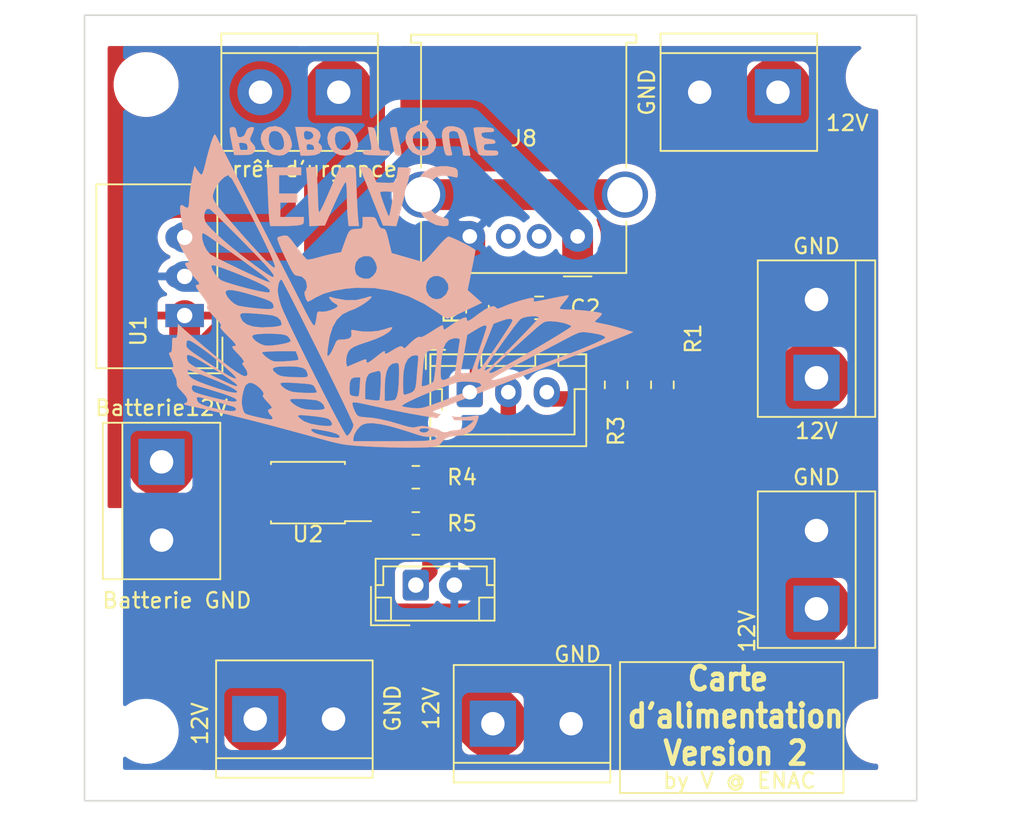
<source format=kicad_pcb>
(kicad_pcb (version 20211014) (generator pcbnew)
  (layers (0 "F.Cu" signal) (31 "B.Cu" signal) (34 "B.Paste" user) (35 "F.Paste" user) (36 "B.SilkS" user "B.Silkscreen") (37 "F.SilkS" user "F.Silkscreen") (38 "B.Mask" user) (39 "F.Mask" user) (44 "Edge.Cuts" user))
  (net 0 "")
  (net 1 "+5V")
  (net 2 "GND")
  (net 3 "Net-(J1-Pad1)")
  (net 4 "+12V")
  (net 5 "Net-(J9-Pad1)")
  (net 6 "SignalPowerOn")
  (net 7 "Net-(J9-Pad3)")
  (net 8 "12V_P")
  (net 11 "unconnected-(J8-Pad5)")
  (net 12 "Net-(R4-Pad2)")
  (footprint "Capacitor_SMD:C_0805_2012Metric" (layer "F.Cu") (at 87 113 180)
    (fp_text reference "C2" (at -3 0) (layer "F.SilkS"))
    (fp_text value "C")
    (pad "1" smd roundrect locked (at -0.95 0 180) (size 1 1.45) (layers "F.Cu" "F.Paste" "F.Mask") (net 1 "+5V"))
    (pad "2" smd roundrect locked (at 0.95 0 180) (size 1 1.45) (layers "F.Cu" "F.Paste" "F.Mask") (net 2 "GND"))
  )
  (footprint "TerminalBlock:TerminalBlock_bornier-2_P5.08mm" (layer "F.Cu") (at 74 99 180)
    (fp_text reference "J1" hide)
    (fp_text value "Screw_Terminal_01x02")
    (pad "1" thru_hole rect locked (at 0 0 180) (size 3 3) (drill 1.52) (layers *.Cu *.Mask) (net 3 "Net-(J1-Pad1)"))
    (pad "2" thru_hole circle locked (at 5.08 0 180) (size 3 3) (drill 1.52) (layers *.Cu *.Mask) (net 4 "+12V"))
  )
  (footprint "TerminalBlock:TerminalBlock_bornier-2_P5.08mm" (layer "F.Cu") (at 62.5 123 -90)
    (fp_text reference "J2" hide)
    (fp_text value "Screw_Terminal_01x02")
    (pad "1" thru_hole rect locked (at 0 0 270) (size 3 3) (drill 1.52) (layers *.Cu *.Mask) (net 4 "+12V"))
    (pad "2" thru_hole circle locked (at 5.08 0 270) (size 3 3) (drill 1.52) (layers *.Cu *.Mask) (net 2 "GND"))
  )
  (footprint "TerminalBlock:TerminalBlock_bornier-2_P5.08mm" (layer "F.Cu") (at 102.5 99 180)
    (fp_text reference "J3" hide)
    (fp_text value "Screw_Terminal_01x02")
    (pad "1" thru_hole rect locked (at 0 0 180) (size 3 3) (drill 1.52) (layers *.Cu *.Mask) (net 8 "12V_P"))
    (pad "2" thru_hole circle locked (at 5.08 0 180) (size 3 3) (drill 1.52) (layers *.Cu *.Mask) (net 2 "GND"))
  )
  (footprint "TerminalBlock:TerminalBlock_bornier-2_P5.08mm" (layer "F.Cu") (at 105 132.54 90)
    (fp_text reference "J4" hide)
    (fp_text value "Screw_Terminal_01x02")
    (pad "1" thru_hole rect locked (at 0 0 90) (size 3 3) (drill 1.52) (layers *.Cu *.Mask) (net 8 "12V_P"))
    (pad "2" thru_hole circle locked (at 5.08 0 90) (size 3 3) (drill 1.52) (layers *.Cu *.Mask) (net 2 "GND"))
  )
  (footprint "TerminalBlock:TerminalBlock_bornier-2_P5.08mm" (layer "F.Cu") (at 68.58 139.7)
    (fp_text reference "J5" hide)
    (fp_text value "Screw_Terminal_01x02")
    (pad "1" thru_hole rect locked (at 0 0) (size 3 3) (drill 1.52) (layers *.Cu *.Mask) (net 8 "12V_P"))
    (pad "2" thru_hole circle locked (at 5.08 0) (size 3 3) (drill 1.52) (layers *.Cu *.Mask) (net 2 "GND"))
  )
  (footprint "TerminalBlock:TerminalBlock_bornier-2_P5.08mm" (layer "F.Cu") (at 105 117.54 90)
    (fp_text reference "J6" hide)
    (fp_text value "Screw_Terminal_01x02")
    (pad "1" thru_hole rect locked (at 0 0 90) (size 3 3) (drill 1.52) (layers *.Cu *.Mask) (net 8 "12V_P"))
    (pad "2" thru_hole circle locked (at 5.08 0 90) (size 3 3) (drill 1.52) (layers *.Cu *.Mask) (net 2 "GND"))
  )
  (footprint "TerminalBlock:TerminalBlock_bornier-2_P5.08mm" (layer "F.Cu") (at 84 140)
    (fp_text reference "J7" hide)
    (fp_text value "Screw_Terminal_01x02")
    (pad "1" thru_hole rect locked (at 0 0) (size 3 3) (drill 1.52) (layers *.Cu *.Mask) (net 8 "12V_P"))
    (pad "2" thru_hole circle locked (at 5.08 0) (size 3 3) (drill 1.52) (layers *.Cu *.Mask) (net 2 "GND"))
  )
  (footprint "Converter_DCDC:Converter_DCDC_TRACO_TSR-1_THT" (layer "F.Cu") (at 64 113.5 90)
    (fp_text reference "U1" (at -1 -3 90) (layer "F.SilkS"))
    (fp_text value "TSR_1-2450")
    (pad "1" thru_hole rect locked (at 0 0 90) (size 1.5 2.5) (drill 1) (layers *.Cu *.Mask) (net 4 "+12V"))
    (pad "2" thru_hole oval locked (at 2.54 0 90) (size 1.5 2.5) (drill 1) (layers *.Cu *.Mask) (net 2 "GND"))
    (pad "3" thru_hole oval locked (at 5.08 0 90) (size 1.5 2.5) (drill 1) (layers *.Cu *.Mask) (net 1 "+5V"))
  )
  (footprint "Connector_JST:JST_XH_B3B-XH-AM_1x03_P2.50mm_Vertical" (layer "F.Cu") (at 82.5 118.475)
    (fp_text reference "J9" hide)
    (fp_text value " ")
    (pad "" np_thru_hole circle locked (at -1.6 2) (size 1.2 1.2) (drill 1.2) (layers *.Cu *.Mask))
    (pad "1" thru_hole roundrect locked (at 0 0) (size 1.7 1.95) (drill 0.95) (layers *.Cu *.Mask) (roundrect_rratio 0.147059) (net 5 "Net-(J9-Pad1)"))
    (pad "2" thru_hole oval locked (at 2.5 0) (size 1.7 1.95) (drill 0.95) (layers *.Cu *.Mask) (net 6 "SignalPowerOn"))
    (pad "3" thru_hole oval locked (at 5 0) (size 1.7 1.95) (drill 0.95) (layers *.Cu *.Mask) (net 7 "Net-(J9-Pad3)"))
  )
  (footprint "Resistor_SMD:R_0805_2012Metric" (layer "F.Cu") (at 95 118 90)
    (fp_text reference "R1" (at 3 2 90) (layer "F.SilkS"))
    (fp_text value "R")
    (pad "1" smd roundrect locked (at -0.9125 0 90) (size 1.025 1.4) (layers "F.Cu" "F.Paste" "F.Mask") (roundrect_rratio 0.243902) (net 7 "Net-(J9-Pad3)"))
    (pad "2" smd roundrect locked (at 0.9125 0 90) (size 1.025 1.4) (layers "F.Cu" "F.Paste" "F.Mask") (roundrect_rratio 0.243902) (net 1 "+5V"))
  )
  (footprint "Resistor_SMD:R_0805_2012Metric" (layer "F.Cu") (at 83 113.0875 90)
    (fp_text reference "R2" (at 0 -1.65 90) (layer "F.SilkS"))
    (fp_text value "R")
    (pad "1" smd roundrect locked (at -0.9125 0 90) (size 1.025 1.4) (layers "F.Cu" "F.Paste" "F.Mask") (roundrect_rratio 0.243902) (net 5 "Net-(J9-Pad1)"))
    (pad "2" smd roundrect locked (at 0.9125 0 90) (size 1.025 1.4) (layers "F.Cu" "F.Paste" "F.Mask") (roundrect_rratio 0.243902) (net 2 "GND"))
  )
  (footprint "MountingHole:MountingHole_3.2mm_M3" (layer "F.Cu") (at 61.5 98.5)
    (fp_text reference "REF**" hide)
    (fp_text value "MountingHole_3.2mm_M3")
    (pad "" np_thru_hole circle locked (at 0 0) (size 3.2 3.2) (drill 3.2) (layers *.Cu *.Mask))
  )
  (footprint "MountingHole:MountingHole_3.2mm_M3" (layer "F.Cu") (at 109 98)
    (fp_text reference "REF**" hide)
    (fp_text value "MountingHole_3.2mm_M3")
    (pad "" np_thru_hole circle locked (at 0 0) (size 3.2 3.2) (drill 3.2) (layers *.Cu *.Mask))
  )
  (footprint "MountingHole:MountingHole_3.2mm_M3" (layer "F.Cu") (at 61.5 140.5)
    (fp_text reference "REF**" hide)
    (fp_text value "MountingHole_3.2mm_M3")
    (pad "" np_thru_hole circle locked (at 0 0) (size 3.2 3.2) (drill 3.2) (layers *.Cu *.Mask))
  )
  (footprint "logo:logo" (layer "F.Cu") (at 94 104)
    (fp_text reference "G***" hide)
    (fp_text value "LOGO" hide)
  )
  (footprint "Resistor_SMD:R_0805_2012Metric" (layer "F.Cu") (at 79 124 180)
    (fp_text reference "R4" (at -3 0) (layer "F.SilkS"))
    (fp_text value "R")
    (pad "1" smd roundrect (at -0.9125 0 180) (size 1.025 1.4) (layers "F.Cu" "F.Paste" "F.Mask") (roundrect_rratio 0.243902) (net 2 "GND"))
    (pad "2" smd roundrect (at 0.9125 0 180) (size 1.025 1.4) (layers "F.Cu" "F.Paste" "F.Mask") (roundrect_rratio 0.243902) (net 12 "Net-(R4-Pad2)"))
  )
  (footprint "Connector_USB:USB_A_Molex_67643_Horizontal" (layer "F.Cu") (at 89.5 108.36 180)
    (fp_text reference "J8" (at 3.5 6.36) (layer "F.SilkS"))
    (fp_text value "USB_A")
    (pad "1" thru_hole rect (at 0 0 180) (size 1.6 1.5) (drill 0.95) (layers *.Cu *.Mask) (net 1 "+5V"))
    (pad "2" thru_hole circle (at 2.5 0 180) (size 1.6 1.6) (drill 0.95) (layers *.Cu *.Mask))
    (pad "3" thru_hole circle (at 4.5 0 180) (size 1.6 1.6) (drill 0.95) (layers *.Cu *.Mask))
    (pad "4" thru_hole circle (at 7 0 180) (size 1.6 1.6) (drill 0.95) (layers *.Cu *.Mask) (net 2 "GND"))
    (pad "5" thru_hole circle (at -3.07 2.71 180) (size 3 3) (drill 2.3) (layers *.Cu *.Mask) (net 11 "unconnected-(J8-Pad5)"))
    (pad "5" thru_hole circle (at 10.07 2.71 180) (size 3 3) (drill 2.3) (layers *.Cu *.Mask) (net 11 "unconnected-(J8-Pad5)"))
  )
  (footprint "Connector_JST:JST_EH_B2B-EH-A_1x02_P2.50mm_Vertical" (layer "F.Cu") (at 79 131)
    (fp_text reference "J10" hide)
    (fp_text value "Conn_01x02_Male")
    (pad "1" thru_hole roundrect (at 0 0) (size 1.7 2) (drill 1) (layers *.Cu *.Mask) (roundrect_rratio 0.147059) (net 6 "SignalPowerOn"))
    (pad "2" thru_hole oval (at 2.5 0) (size 1.7 2) (drill 1) (layers *.Cu *.Mask) (net 2 "GND"))
  )
  (footprint "Resistor_SMD:R_0805_2012Metric" (layer "F.Cu") (at 79 127 180)
    (fp_text reference "R5" (at -3 0) (layer "F.SilkS"))
    (fp_text value "R")
    (pad "1" smd roundrect (at -0.9125 0 180) (size 1.025 1.4) (layers "F.Cu" "F.Paste" "F.Mask") (roundrect_rratio 0.243902) (net 6 "SignalPowerOn"))
    (pad "2" smd roundrect (at 0.9125 0 180) (size 1.025 1.4) (layers "F.Cu" "F.Paste" "F.Mask") (roundrect_rratio 0.243902) (net 12 "Net-(R4-Pad2)"))
  )
  (footprint "Package_SO:SO-4_4.4x3.6mm_P2.54mm" (layer "F.Cu") (at 72 125 180)
    (fp_text reference "U2" (at 0 -2.7) (layer "F.SilkS"))
    (fp_text value "ASSR-1218")
    (pad "1" smd rect (at -3.15 -1.27 180) (size 2 0.64) (layers "F.Cu" "F.Paste" "F.Mask") (net 12 "Net-(R4-Pad2)"))
    (pad "2" smd rect (at -3.15 1.27 180) (size 2 0.64) (layers "F.Cu" "F.Paste" "F.Mask") (net 2 "GND"))
    (pad "3" smd rect (at 3.15 1.27 180) (size 2 0.64) (layers "F.Cu" "F.Paste" "F.Mask") (net 3 "Net-(J1-Pad1)"))
    (pad "4" smd rect (at 3.15 -1.27 180) (size 2 0.64) (layers "F.Cu" "F.Paste" "F.Mask") (net 8 "12V_P"))
  )
  (footprint "Resistor_SMD:R_0805_2012Metric" (layer "F.Cu") (at 92 118 -90)
    (fp_text reference "R3" (at 3 0 90) (layer "F.SilkS"))
    (fp_text value "R")
    (pad "1" smd roundrect (at -0.9125 0 270) (size 1.025 1.4) (layers "F.Cu" "F.Paste" "F.Mask") (roundrect_rratio 0.243902) (net 2 "GND"))
    (pad "2" smd roundrect (at 0.9125 0 270) (size 1.025 1.4) (layers "F.Cu" "F.Paste" "F.Mask") (roundrect_rratio 0.243902) (net 7 "Net-(J9-Pad3)"))
  )
  (footprint "MountingHole:MountingHole_3.2mm_M3" (layer "F.Cu") (at 109 140.5)
    (fp_text reference "REF**" hide)
    (fp_text value "MountingHole_3.2mm_M3")
    (pad "" np_thru_hole circle locked (at 0 0) (size 3.2 3.2) (drill 3.2) (layers *.Cu *.Mask))
  )
  (footprint "logo:logo" (layer "B.Cu") (at 78 111.5)
    (fp_text reference "G***" hide)
    (fp_text value "LOGO" hide)
  )
  (gr_line (start 92.25 144.5) (end 92.25 136) (layer "F.SilkS") (width 0.12))
  (gr_line (start 106.75 144.5) (end 92.25 144.5) (layer "F.SilkS") (width 0.12))
  (gr_line (start 92.25 136) (end 106.75 136) (layer "F.SilkS") (width 0.12))
  (gr_line (start 106.75 136) (end 106.75 144.5) (layer "F.SilkS") (width 0.12))
  (gr_line (start 57.5 145) (end 57.5 94) (layer "Edge.Cuts") (width 0.1))
  (gr_line (start 111.5 94) (end 111.5 145) (layer "Edge.Cuts") (width 0.1))
  (gr_line (start 111.5 145) (end 57.5 145) (layer "Edge.Cuts") (width 0.1))
  (gr_line (start 57.5 94) (end 111.5 94) (layer "Edge.Cuts") (width 0.1))
  (gr_text "by V @ ENAC" (at 100 143.7) (layer "F.SilkS") (effects (font (size 1 1))))
  (gr_text "Carte \nd'alimentation\nVersion 2\n" (at 99.75 139.5) (layer "F.SilkS") (effects (font (size 1.5 1.3) (thickness 0.3))))
  (gr_text "Batterie GND" (at 63.5 132) (layer "F.SilkS") (effects (font (size 1 1))))
  (gr_text "GND" (at 77.5 139 90) (layer "F.SilkS") (effects (font (size 1 1))))
  (gr_text "12V" (at 80 139 90) (layer "F.SilkS") (effects (font (size 1 1))))
  (gr_text "GND" (at 105 124) (layer "F.SilkS") (effects (font (size 1 1))))
  (gr_text "12V" (at 107 101) (layer "F.SilkS") (effects (font (size 1 1))))
  (gr_text "12V" (at 105 121) (layer "F.SilkS") (effects (font (size 1 1))))
  (gr_text "GND" (at 94 99 90) (layer "F.SilkS") (effects (font (size 1 1))))
  (gr_text "Arrêt d'urgence" (at 72 104) (layer "F.SilkS") (effects (font (size 1 1))))
  (gr_text "Batterie12V" (at 62.5 119.5) (layer "F.SilkS") (effects (font (size 1 1))))
  (gr_text "GND" (at 89.5 135.5) (layer "F.SilkS") (effects (font (size 1 1))))
  (gr_text "GND" (at 105 109) (layer "F.SilkS") (effects (font (size 1 1))))
  (gr_text "12V" (at 65 140 90) (layer "F.SilkS") (effects (font (size 1 1))))
  (gr_text "12V" (at 100.5 134 90) (layer "F.SilkS") (effects (font (size 1 1))))
  (segment (start 95 116.95) (end 89.5 111.45) (width 1) (layer "F.Cu") (net 1))
  (segment (start 89.5 108.36) (end 89.5 111.45) (width 2) (layer "F.Cu") (net 1))
  (segment (start 89.5 111.45) (end 87.95 113) (width 2) (layer "F.Cu") (net 1))
  (segment (start 95 117.0875) (end 95 116.95) (width 1) (layer "F.Cu") (net 1))
  (segment (start 82.467737 101) (end 89.5 108.032263) (width 2) (layer "B.Cu") (net 1))
  (segment (start 64 108.42) (end 70.58 108.42) (width 2) (layer "B.Cu") (net 1))
  (segment (start 70.58 108.42) (end 78 101) (width 2) (layer "B.Cu") (net 1))
  (segment (start 78 101) (end 82.467737 101) (width 2) (layer "B.Cu") (net 1))
  (segment (start 89.5 108.032263) (end 89.5 108.36) (width 2) (layer "B.Cu") (net 1))
  (segment (start 79 122) (end 78 122) (width 1) (layer "F.Cu") (net 2))
  (segment (start 82.5 108.36) (end 82.5 111.675) (width 2) (layer "F.Cu") (net 2))
  (segment (start 82.5 111.675) (end 83 112.175) (width 2) (layer "F.Cu") (net 2))
  (segment (start 92 117.0875) (end 89.634016 117.0875) (width 1) (layer "F.Cu") (net 2))
  (segment (start 79.9125 123.769676) (end 80 123.682176) (width 1) (layer "F.Cu") (net 2))
  (segment (start 80 123) (end 79 122) (width 1) (layer "F.Cu") (net 2))
  (segment (start 80 123.682176) (end 80 123) (width 1) (layer "F.Cu") (net 2))
  (segment (start 78 116.175) (end 82.5 111.675) (width 1) (layer "F.Cu") (net 2))
  (segment (start 89.634016 117.0875) (end 86.05 113.503484) (width 1) (layer "F.Cu") (net 2))
  (segment (start 78 122) (end 78 116.175) (width 1) (layer "F.Cu") (net 2))
  (segment (start 79.9125 124) (end 79.9125 123.769676) (width 1) (layer "F.Cu") (net 2))
  (segment (start 85.225 112.175) (end 83 112.175) (width 1) (layer "F.Cu") (net 2))
  (segment (start 86.05 113.503484) (end 86.05 113) (width 1) (layer "F.Cu") (net 2))
  (segment (start 78 122) (end 76.88 122) (width 1) (layer "F.Cu") (net 2))
  (segment (start 86.05 113) (end 85.225 112.175) (width 1) (layer "F.Cu") (net 2))
  (segment (start 76.88 122) (end 75.15 123.73) (width 1) (layer "F.Cu") (net 2))
  (segment (start 62.5 128.08) (end 65.819022 128.08) (width 5) (layer "B.Cu") (net 2))
  (segment (start 70 113.71) (end 70 118) (width 2) (layer "B.Cu") (net 2))
  (segment (start 83 131) (end 87 135) (width 2) (layer "B.Cu") (net 2))
  (segment (start 82.5 108.36) (end 79.64 108.36) (width 2) (layer "B.Cu") (net 2))
  (segment (start 81.5 131) (end 83 131) (width 2) (layer "B.Cu") (net 2))
  (segment (start 97.42 104.88) (end 105 112.46) (width 5) (layer "B.Cu") (net 2))
  (segment (start 98 127) (end 98.46 127.46) (width 5) (layer "B.Cu") (net 2))
  (segment (start 98 117) (end 98 127) (width 5) (layer "B.Cu") (net 2))
  (segment (start 105 112.46) (end 102.54 112.46) (width 5) (layer "B.Cu") (net 2))
  (segment (start 79.64 108.36) (end 70 118) (width 2) (layer "B.Cu") (net 2))
  (segment (start 73.66 139.7) (end 73.66 135.920978) (width 5) (layer "B.Cu") (net 2))
  (segment (start 89.08 137.08) (end 89.08 140) (width 5) (layer "B.Cu") (net 2))
  (segment (start 73.66 139.7) (end 78.36 135) (width 5) (layer "B.Cu") (net 2))
  (segment (start 94.54 127.46) (end 98.46 127.46) (width 5) (layer "B.Cu") (net 2))
  (segment (start 65.819022 128.08) (end 70 123.899022) (width 5) (layer "B.Cu") (net 2))
  (segment (start 102.54 112.46) (end 98 117) (width 5) (layer "B.Cu") (net 2))
  (segment (start 64 110.96) (end 67.25 110.96) (width 2) (layer "B.Cu") (net 2))
  (segment (start 67.25 110.96) (end 70 113.71) (width 2) (layer "B.Cu") (net 2))
  (segment (start 87 135) (end 94.54 127.46) (width 5) (layer "B.Cu") (net 2))
  (segment (start 87 135) (end 89.08 137.08) (width 5) (layer "B.Cu") (net 2))
  (segment (start 73.66 135.920978) (end 65.819022 128.08) (width 5) (layer "B.Cu") (net 2))
  (segment (start 78.36 135) (end 87 135) (width 5) (layer "B.Cu") (net 2))
  (segment (start 97.42 99) (end 97.42 104.88) (width 5) (layer "B.Cu") (net 2))
  (segment (start 98.46 127.46) (end 105 127.46) (width 5) (layer "B.Cu") (net 2))
  (segment (start 70 123.899022) (end 70 118) (width 5) (layer "B.Cu") (net 2))
  (segment (start 68.85 123.15) (end 71 121) (width 2) (layer "F.Cu") (net 3))
  (segment (start 74 118.58) (end 73.42 118.58) (width 4.5) (layer "F.Cu") (net 3))
  (segment (start 68.85 123.73) (end 68.85 123.15) (width 2) (layer "F.Cu") (net 3))
  (segment (start 73.42 118.58) (end 71 121) (width 4.5) (layer "F.Cu") (net 3))
  (segment (start 74 99) (end 74 118.58) (width 4.5) (layer "F.Cu") (net 3))
  (segment (start 68.92 114.08) (end 68.92 99) (width 4.5) (layer "F.Cu") (net 4))
  (segment (start 62.5 123) (end 62.5 120.5) (width 4.5) (layer "F.Cu") (net 4))
  (segment (start 64 113.5) (end 64 117) (width 2) (layer "F.Cu") (net 4))
  (segment (start 62.5 120.5) (end 68.92 114.08) (width 4.5) (layer "F.Cu") (net 4))
  (segment (start 64 117) (end 64.5 117.5) (width 2) (layer "F.Cu") (net 4))
  (segment (start 83 117.975) (end 82.5 118.475) (width 1) (layer "F.Cu") (net 5))
  (segment (start 83 114) (end 83 117.975) (width 1) (layer "F.Cu") (net 5))
  (segment (start 79.9125 127) (end 80 127) (width 1) (layer "F.Cu") (net 6))
  (segment (start 79.9125 130.0875) (end 79 131) (width 1) (layer "F.Cu") (net 6))
  (segment (start 80 127) (end 85 122) (width 1) (layer "F.Cu") (net 6))
  (segment (start 79.9125 127) (end 79.9125 130.0875) (width 1) (layer "F.Cu") (net 6))
  (segment (start 85 122) (end 85 118.475) (width 1) (layer "F.Cu") (net 6))
  (segment (start 87.9375 118.9125) (end 87.5 118.475) (width 1) (layer "F.Cu") (net 7))
  (segment (start 95 118.9125) (end 92 118.9125) (width 1) (layer "F.Cu") (net 7))
  (segment (start 92 118.9125) (end 87.9375 118.9125) (width 1) (layer "F.Cu") (net 7))
  (segment (start 68.58 139.7) (end 68.58 138.42) (width 4.5) (layer "F.Cu") (net 8))
  (segment (start 68.58 129.42) (end 69 129) (width 4.5) (layer "F.Cu") (net 8))
  (segment (start 100 122) (end 100 105) (width 4.5) (layer "F.Cu") (net 8))
  (segment (start 105 117.54) (end 104.46 117.54) (width 4.5) (layer "F.Cu") (net 8))
  (segment (start 84 140) (end 78.44952 134.44952) (width 4.5) (layer "F.Cu") (net 8))
  (segment (start 103.09048 134.44952) (end 105 132.54) (width 4.5) (layer "F.Cu") (net 8))
  (segment (start 105 132.54) (end 104.494547 132.54) (width 4.5) (layer "F.Cu") (net 8))
  (segment (start 68.85 128.85) (end 69 129) (width 2) (layer "F.Cu") (net 8))
  (segment (start 68.58 139.7) (end 68.58 129.42) (width 4.5) (layer "F.Cu") (net 8))
  (segment (start 72.55048 134.44952) (end 77.44952 134.44952) (width 4.5) (layer "F.Cu") (net 8))
  (segment (start 102 132) (end 100 130) (width 4.5) (layer "F.Cu") (net 8))
  (segment (start 102.5 102.5) (end 102.5 99) (width 4.5) (layer "F.Cu") (net 8))
  (segment (start 100 105) (end 102.5 102.5) (width 4.5) (layer "F.Cu") (net 8))
  (segment (start 68.85 126.27) (end 68.85 128.85) (width 2) (layer "F.Cu") (net 8))
  (segment (start 68.58 138.42) (end 72.55048 134.44952) (width 4.5) (layer "F.Cu") (net 8))
  (segment (start 78.44952 134.44952) (end 77.44952 134.44952) (width 4.5) (layer "F.Cu") (net 8))
  (segment (start 104.46 117.54) (end 100 122) (width 4.5) (layer "F.Cu") (net 8))
  (segment (start 103.954547 132) (end 102 132) (width 4.5) (layer "F.Cu") (net 8))
  (segment (start 100 130) (end 100 122) (width 4.5) (layer "F.Cu") (net 8))
  (segment (start 104.494547 132.54) (end 103.954547 132) (width 4.5) (layer "F.Cu") (net 8))
  (segment (start 77.44952 134.44952) (end 103.09048 134.44952) (width 4.5) (layer "F.Cu") (net 8))
  (segment (start 79.43 105.65) (end 92.57 105.65) (width 2) (layer "F.Cu") (net 11))
  (segment (start 78.0875 124) (end 78.0875 127) (width 1) (layer "F.Cu") (net 12))
  (segment (start 75.88 127) (end 75.15 126.27) (width 1) (layer "F.Cu") (net 12))
  (segment (start 78.0875 127) (end 75.88 127) (width 1) (layer "F.Cu") (net 12))
  (zone (net 3) (net_name "Net-(J1-Pad1)") (layer "F.Cu") (connect_pads (clearance 0.508)) (min_thickness 0.254) (fill yes (thermal_gap 0.508) (thermal_bridge_width 0.508))
    (polygon (pts (xy 77 119) (xy 70 125) (xy 67 125) (xy 67 124) (xy 68 120) (xy 72 116) (xy 72 96) (xy 77 96)))
  )
  (zone (net 8) (net_name "12V_P") (layer "F.Cu") (connect_pads (clearance 0.508)) (min_thickness 0.254) (fill yes (thermal_gap 0.508) (thermal_bridge_width 0.508))
    (polygon (pts (xy 109 143) (xy 65 143) (xy 65 127) (xy 74 127) (xy 74 123) (xy 78 123) (xy 78 96) (xy 109 96)))
  )
  (zone (net 4) (net_name "+12V") (layer "F.Cu") (connect_pads (clearance 0.508)) (min_thickness 0.254) (fill yes (thermal_gap 0.508) (thermal_bridge_width 0.508))
    (polygon (pts (xy 71 115) (xy 66 120) (xy 66 126) (xy 59 126) (xy 59 96) (xy 71.46 96)))
  )
  (zone (net 2) (net_name "GND") (layer "B.Cu") (connect_pads (clearance 0.508)) (min_thickness 0.254) (fill yes (thermal_gap 0.508) (thermal_bridge_width 0.508))
    (polygon (pts (xy 109 143) (xy 60 143) (xy 60 96) (xy 109 96)))
  )
)
</source>
